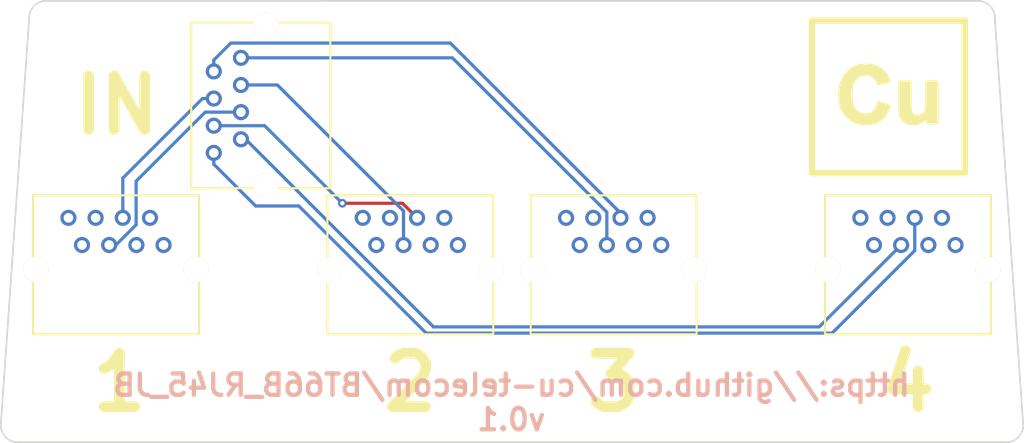
<source format=kicad_pcb>
(kicad_pcb (version 20211014) (generator pcbnew)
  (layers (0 "F.Cu" signal) (31 "B.Cu" signal) (34 "B.Paste" user) (35 "F.Paste" user) (36 "B.SilkS" user "B.Silkscreen") (37 "F.SilkS" user "F.Silkscreen") (38 "B.Mask" user) (39 "F.Mask" user) (44 "Edge.Cuts" user))
  (net 0 "")
  (net 4 "/L1-")
  (net 5 "/L1+")
  (net 12 "/L2-")
  (net 13 "/L2+")
  (net 20 "/L3-")
  (net 21 "/L3+")
  (net 28 "/L4-")
  (net 29 "/L4+")
  (footprint "MountingHole:MountingHole_3.2mm_M3" (layer "F.Cu") (at 151.892 83.931)
    (fp_text reference "REF**" hide)
    (fp_text value "MountingHole_3.2mm_M3")
    (pad "" np_thru_hole circle (at 0 0) (size 3.2 3.2) (drill 3.2) (layers F&B.Cu *.Mask))
  )
  (footprint "MountingHole:MountingHole_4mm" (layer "F.Cu") (at 166.35 102.86)
    (fp_text reference "H2" hide)
    (fp_text value "MountingHole")
    (pad "" np_thru_hole circle (at 0 0) (size 4 4) (drill 4) (layers *.Cu *.Mask))
  )
  (footprint "MountingHole:MountingHole_4mm" (layer "F.Cu") (at 120.34 102.86)
    (fp_text reference "H1" hide)
    (fp_text value "MountingHole")
    (pad "" np_thru_hole circle (at 0 0) (size 4 4) (drill 4) (layers *.Cu *.Mask))
  )
  (footprint "BT66B_RJ45_JB:RJ45" (layer "F.Cu") (at 106.36 100.17)
    (fp_text reference "J1" hide)
    (fp_text value "RJ45")
    (fp_rect (start -7.75 -3.38) (end 7.75 9.62) (layer "F.SilkS") (width 0.2) (fill none))
    (pad "" np_thru_hole circle (at -7.5 3.57) (size 2.35 2.35) (drill 2.35) (layers F&B.Cu *.SilkS *.Mask))
    (pad "" np_thru_hole circle (at 7.5 3.57) (size 2.35 2.35) (drill 2.35) (layers F&B.Cu *.SilkS *.Mask))
    (pad "1" thru_hole circle (at 4.445 1.27 180) (size 1.5 1.5) (drill 0.9) (layers *.Cu *.Mask))
    (pad "2" thru_hole circle (at 3.175 -1.27 180) (size 1.5 1.5) (drill 0.9) (layers *.Cu *.Mask))
    (pad "3" thru_hole circle (at 1.905 1.27 180) (size 1.5 1.5) (drill 0.9) (layers *.Cu *.Mask))
    (pad "4" thru_hole circle (at 0.635 -1.27 180) (size 1.5 1.5) (drill 0.9) (layers *.Cu *.Mask) (net 4 "/L1-"))
    (pad "5" thru_hole circle (at -0.635 1.27 180) (size 1.5 1.5) (drill 0.9) (layers *.Cu *.Mask) (net 5 "/L1+"))
    (pad "6" thru_hole circle (at -1.905 -1.27 180) (size 1.5 1.5) (drill 0.9) (layers *.Cu *.Mask))
    (pad "7" thru_hole circle (at -3.175 1.27 180) (size 1.5 1.5) (drill 0.9) (layers *.Cu *.Mask))
    (pad "8" thru_hole circle (at -4.445 -1.27 180) (size 1.5 1.5) (drill 0.9) (layers *.Cu *.Mask))
  )
  (footprint "BT66B_RJ45_JB:RJ45" (layer "F.Cu") (at 116.768 88.376 90)
    (fp_text reference "J5" hide)
    (fp_text value "RJ45")
    (fp_rect (start -7.75 -3.38) (end 7.75 9.62) (layer "F.SilkS") (width 0.2) (fill none))
    (pad "" np_thru_hole circle (at 7.5 3.57 90) (size 2.35 2.35) (drill 2.35) (layers F&B.Cu *.SilkS *.Mask))
    (pad "" np_thru_hole circle (at -7.5 3.57 90) (size 2.35 2.35) (drill 2.35) (layers F&B.Cu *.SilkS *.Mask))
    (pad "1" thru_hole circle (at 4.445 1.27 270) (size 1.5 1.5) (drill 0.9) (layers *.Cu *.Mask) (net 21 "/L3+"))
    (pad "2" thru_hole circle (at 3.175 -1.27 270) (size 1.5 1.5) (drill 0.9) (layers *.Cu *.Mask) (net 20 "/L3-"))
    (pad "3" thru_hole circle (at 1.905 1.27 270) (size 1.5 1.5) (drill 0.9) (layers *.Cu *.Mask) (net 13 "/L2+"))
    (pad "4" thru_hole circle (at 0.635 -1.27 270) (size 1.5 1.5) (drill 0.9) (layers *.Cu *.Mask) (net 4 "/L1-"))
    (pad "5" thru_hole circle (at -0.635 1.27 270) (size 1.5 1.5) (drill 0.9) (layers *.Cu *.Mask) (net 5 "/L1+"))
    (pad "6" thru_hole circle (at -1.905 -1.27 270) (size 1.5 1.5) (drill 0.9) (layers *.Cu *.Mask) (net 12 "/L2-"))
    (pad "7" thru_hole circle (at -3.175 1.27 270) (size 1.5 1.5) (drill 0.9) (layers *.Cu *.Mask) (net 29 "/L4+"))
    (pad "8" thru_hole circle (at -4.445 -1.27 270) (size 1.5 1.5) (drill 0.9) (layers *.Cu *.Mask) (net 28 "/L4-"))
  )
  (footprint "BT66B_RJ45_JB:RJ45" (layer "F.Cu") (at 152.86 100.17)
    (fp_text reference "J3" hide)
    (fp_text value "RJ45")
    (fp_rect (start -7.75 -3.38) (end 7.75 9.62) (layer "F.SilkS") (width 0.2) (fill none))
    (pad "" np_thru_hole circle (at 7.5 3.57) (size 2.35 2.35) (drill 2.35) (layers F&B.Cu *.SilkS *.Mask))
    (pad "" np_thru_hole circle (at -7.5 3.57) (size 2.35 2.35) (drill 2.35) (layers F&B.Cu *.SilkS *.Mask))
    (pad "1" thru_hole circle (at 4.445 1.27 180) (size 1.5 1.5) (drill 0.9) (layers *.Cu *.Mask))
    (pad "2" thru_hole circle (at 3.175 -1.27 180) (size 1.5 1.5) (drill 0.9) (layers *.Cu *.Mask))
    (pad "3" thru_hole circle (at 1.905 1.27 180) (size 1.5 1.5) (drill 0.9) (layers *.Cu *.Mask))
    (pad "4" thru_hole circle (at 0.635 -1.27 180) (size 1.5 1.5) (drill 0.9) (layers *.Cu *.Mask) (net 20 "/L3-"))
    (pad "5" thru_hole circle (at -0.635 1.27 180) (size 1.5 1.5) (drill 0.9) (layers *.Cu *.Mask) (net 21 "/L3+"))
    (pad "6" thru_hole circle (at -1.905 -1.27 180) (size 1.5 1.5) (drill 0.9) (layers *.Cu *.Mask))
    (pad "7" thru_hole circle (at -3.175 1.27 180) (size 1.5 1.5) (drill 0.9) (layers *.Cu *.Mask))
    (pad "8" thru_hole circle (at -4.445 -1.27 180) (size 1.5 1.5) (drill 0.9) (layers *.Cu *.Mask))
  )
  (footprint "BT66B_RJ45_JB:RJ45" (layer "F.Cu") (at 180.36 100.17)
    (fp_text reference "J4" hide)
    (fp_text value "RJ45")
    (fp_rect (start -7.75 -3.38) (end 7.75 9.62) (layer "F.SilkS") (width 0.2) (fill none))
    (pad "" np_thru_hole circle (at -7.5 3.57) (size 2.35 2.35) (drill 2.35) (layers F&B.Cu *.SilkS *.Mask))
    (pad "" np_thru_hole circle (at 7.5 3.57) (size 2.35 2.35) (drill 2.35) (layers F&B.Cu *.SilkS *.Mask))
    (pad "1" thru_hole circle (at 4.445 1.27 180) (size 1.5 1.5) (drill 0.9) (layers *.Cu *.Mask))
    (pad "2" thru_hole circle (at 3.175 -1.27 180) (size 1.5 1.5) (drill 0.9) (layers *.Cu *.Mask))
    (pad "3" thru_hole circle (at 1.905 1.27 180) (size 1.5 1.5) (drill 0.9) (layers *.Cu *.Mask))
    (pad "4" thru_hole circle (at 0.635 -1.27 180) (size 1.5 1.5) (drill 0.9) (layers *.Cu *.Mask) (net 28 "/L4-"))
    (pad "5" thru_hole circle (at -0.635 1.27 180) (size 1.5 1.5) (drill 0.9) (layers *.Cu *.Mask) (net 29 "/L4+"))
    (pad "6" thru_hole circle (at -1.905 -1.27 180) (size 1.5 1.5) (drill 0.9) (layers *.Cu *.Mask))
    (pad "7" thru_hole circle (at -3.175 1.27 180) (size 1.5 1.5) (drill 0.9) (layers *.Cu *.Mask))
    (pad "8" thru_hole circle (at -4.445 -1.27 180) (size 1.5 1.5) (drill 0.9) (layers *.Cu *.Mask))
  )
  (footprint "MountingHole:MountingHole_3.2mm_M3" (layer "F.Cu") (at 151.892 92.821)
    (fp_text reference "REF**" hide)
    (fp_text value "MountingHole_3.2mm_M3")
    (pad "" np_thru_hole circle (at 0 0) (size 3.2 3.2) (drill 3.2) (layers F&B.Cu *.Mask))
  )
  (footprint "BT66B_RJ45_JB:RJ45" (layer "F.Cu") (at 133.86 100.17)
    (fp_text reference "J2" hide)
    (fp_text value "RJ45")
    (fp_rect (start -7.75 -3.38) (end 7.75 9.62) (layer "F.SilkS") (width 0.2) (fill none))
    (pad "" np_thru_hole circle (at -7.5 3.57) (size 2.35 2.35) (drill 2.35) (layers F&B.Cu *.SilkS *.Mask))
    (pad "" np_thru_hole circle (at 7.5 3.57) (size 2.35 2.35) (drill 2.35) (layers F&B.Cu *.SilkS *.Mask))
    (pad "1" thru_hole circle (at 4.445 1.27 180) (size 1.5 1.5) (drill 0.9) (layers *.Cu *.Mask))
    (pad "2" thru_hole circle (at 3.175 -1.27 180) (size 1.5 1.5) (drill 0.9) (layers *.Cu *.Mask))
    (pad "3" thru_hole circle (at 1.905 1.27 180) (size 1.5 1.5) (drill 0.9) (layers *.Cu *.Mask))
    (pad "4" thru_hole circle (at 0.635 -1.27 180) (size 1.5 1.5) (drill 0.9) (layers *.Cu *.Mask) (net 12 "/L2-"))
    (pad "5" thru_hole circle (at -0.635 1.27 180) (size 1.5 1.5) (drill 0.9) (layers *.Cu *.Mask) (net 13 "/L2+"))
    (pad "6" thru_hole circle (at -1.905 -1.27 180) (size 1.5 1.5) (drill 0.9) (layers *.Cu *.Mask))
    (pad "7" thru_hole circle (at -3.175 1.27 180) (size 1.5 1.5) (drill 0.9) (layers *.Cu *.Mask))
    (pad "8" thru_hole circle (at -4.445 -1.27 180) (size 1.5 1.5) (drill 0.9) (layers *.Cu *.Mask))
  )
  (gr_line (start 185.662235 80.442487) (end 185.662235 94.709766) (layer "F.SilkS") (width 0.599999))
  (gr_line (start 171.394954 80.442487) (end 185.662235 80.442487) (layer "F.SilkS") (width 0.599999))
  (gr_line (start 171.394954 94.709766) (end 171.394954 94.709766) (layer "F.SilkS") (width 0.599999))
  (gr_line (start 185.662235 80.442487) (end 185.662235 80.442487) (layer "F.SilkS") (width 0.599999))
  (gr_line (start 185.662235 94.709766) (end 185.662235 94.709766) (layer "F.SilkS") (width 0.599999))
  (gr_poly (pts (xy 176.597502 84.5663) (xy 176.716996 84.573163) (xy 176.833583 84.584602) (xy 176.947265 84.600616) (xy 177.05804 84.621205) (xy 177.165909 84.64637) (xy 177.270871 84.676111) (xy 177.372927 84.710427) (xy 177.472076 84.749318) (xy 177.568319 84.792785) (xy 177.661656 84.840827) (xy 177.752087 84.893445) (xy 177.839611 84.950639) (xy 177.924228 85.012408) (xy 178.00594 85.078752) (xy 178.084745 85.149672) (xy 178.130067 85.194132) (xy 178.173951 85.240951) (xy 178.216396 85.29013) (xy 178.257402 85.341669) (xy 178.296969 85.395568) (xy 178.335097 85.451826) (xy 178.371787 85.510444) (xy 178.407038 85.571421) (xy 178.44085 85.634759) (xy 178.473223 85.700456) (xy 178.504157 85.768512) (xy 178.533653 85.838929) (xy 178.56171 85.911705) (xy 178.588328 85.98684) (xy 178.613507 86.064336) (xy 178.637247 86.144191) (xy 177.558017 86.402028) (xy 177.545228 86.35023) (xy 177.530798 86.299813) (xy 177.514727 86.250778) (xy 177.497016 86.203123) (xy 177.477664 86.156851) (xy 177.456672 86.111959) (xy 177.43404 86.068449) (xy 177.409767 86.02632) (xy 177.383853 85.985573) (xy 177.3563 85.946206) (xy 177.327105 85.908221) (xy 177.296271 85.871618) (xy 177.263796 85.836395) (xy 177.22968 85.802554) (xy 177.193924 85.770094) (xy 177.156528 85.739015) (xy 177.118255 85.709577) (xy 177.078946 85.682038) (xy 177.038601 85.656398) (xy 176.99722 85.632657) (xy 176.954803 85.610816) (xy 176.91135 85.590874) (xy 176.866861 85.572831) (xy 176.821336 85.556688) (xy 176.774775 85.542443) (xy 176.727179 85.530098) (xy 176.678546 85.519653) (xy 176.628878 85.511106) (xy 176.578174 85.504459) (xy 176.526434 85.499711) (xy 176.473658 85.496862) (xy 176.419846 85.495912) (xy 176.345674 85.497596) (xy 176.273258 85.502646) (xy 176.202598 85.511063) (xy 176.133692 85.522847) (xy 176.066542 85.537997) (xy 176.001148 85.556515) (xy 175.937508 85.578399) (xy 175.875624 85.60365) (xy 175.815496 85.632268) (xy 175.757123 85.664253) (xy 175.700505 85.699605) (xy 175.645643 85.738323) (xy 175.592536 85.780409) (xy 175.541184 85.825861) (xy 175.491588 85.87468) (xy 175.443747 85.926866) (xy 175.398698 85.982822) (xy 175.356554 86.042951) (xy 175.317317 86.107252) (xy 175.280987 86.175726) (xy 175.247563 86.248372) (xy 175.217046 86.325191) (xy 175.189435 86.406182) (xy 175.16473 86.491346) (xy 175.142932 86.580683) (xy 175.124041 86.674192) (xy 175.108056 86.771874) (xy 175.094977 86.873728) (xy 175.084805 86.979755) (xy 175.077539 87.089955) (xy 175.073179 87.204327) (xy 175.071726 87.322872) (xy 175.073165 87.448567) (xy 175.077481 87.569658) (xy 175.084675 87.686145) (xy 175.094747 87.798029) (xy 175.107696 87.905307) (xy 175.123523 88.007982) (xy 175.142228 88.106053) (xy 175.16381 88.199519) (xy 175.18827 88.288381) (xy 175.215608 88.372639) (xy 175.245824 88.452292) (xy 175.278917 88.527341) (xy 175.314888 88.597786) (xy 175.353736 88.663627) (xy 175.395463 88.724863) (xy 175.440067 88.781495) (xy 175.486972 88.834127) (xy 175.535604 88.883363) (xy 175.585963 88.929204) (xy 175.638048 88.971649) (xy 175.69186 89.010698) (xy 175.747399 89.046352) (xy 175.804664 89.078611) (xy 175.863656 89.107473) (xy 175.924375 89.13294) (xy 175.98682 89.155012) (xy 176.050991 89.173687) (xy 176.116889 89.188968) (xy 176.184514 89.200852) (xy 176.253864 89.209341) (xy 176.324942 89.214435) (xy 176.397745 89.216133) (xy 176.451601 89.215053) (xy 176.504507 89.211816) (xy 176.556464 89.206421) (xy 176.607471 89.198867) (xy 176.657528 89.189155) (xy 176.706635 89.177285) (xy 176.754793 89.163256) (xy 176.802001 89.14707) (xy 176.848259 89.128725) (xy 176.893568 89.108222) (xy 176.937926 89.085561) (xy 176.981335 89.060741) (xy 177.023795 89.033764) (xy 177.065304 89.004628) (xy 177.105864 88.973334) (xy 177.145475 88.939881) (xy 177.18392 88.904111) (xy 177.220985 88.865867) (xy 177.256668 88.825148) (xy 177.29097 88.781954) (xy 177.323891 88.736285) (xy 177.35543 88.688142) (xy 177.385588 88.637524) (xy 177.414365 88.584432) (xy 177.44176 88.528864) (xy 177.467775 88.470822) (xy 177.492407 88.410306) (xy 177.515659 88.347314) (xy 177.537529 88.281848) (xy 177.558018 88.213907) (xy 177.577126 88.143491) (xy 177.594852 88.0706) (xy 178.651987 88.405787) (xy 178.620332 88.514519) (xy 178.586145 88.619712) (xy 178.549426 88.721365) (xy 178.510175 88.819478) (xy 178.468392 88.914052) (xy 178.424076 89.005087) (xy 178.377228 89.092582) (xy 178.327848 89.176538) (xy 178.275935 89.256954) (xy 178.22149 89.33383) (xy 178.164513 89.407167) (xy 178.105004 89.476964) (xy 178.042962 89.543222) (xy 177.978387 89.605941) (xy 177.911281 89.66512) (xy 177.841642 89.720759) (xy 177.770002 89.772499) (xy 177.695974 89.820901) (xy 177.619558 89.865965) (xy 177.540753 89.907691) (xy 177.45956 89.946079) (xy 177.375979 89.981128) (xy 177.290009 90.01284) (xy 177.201651 90.041213) (xy 177.110904 90.066248) (xy 177.017769 90.087945) (xy 176.922245 90.106304) (xy 176.824333 90.121325) (xy 176.724032 90.133008) (xy 176.621343 90.141353) (xy 176.516265 90.14636) (xy 176.408799 90.148029) (xy 176.275851 90.145166) (xy 176.145896 90.136576) (xy 176.018934 90.12226) (xy 175.894965 90.102217) (xy 175.773988 90.076448) (xy 175.656004 90.044952) (xy 175.541013 90.00773) (xy 175.429015 89.964781) (xy 175.320009 89.916106) (xy 175.213997 89.861705) (xy 175.110977 89.801577) (xy 175.01095 89.735722) (xy 174.913915 89.664142) (xy 174.819874 89.586834) (xy 174.728825 89.5038) (xy 174.640769 89.41504) (xy 174.556914 89.320853) (xy 174.47847 89.222466) (xy 174.405435 89.119877) (xy 174.33781 89.013087) (xy 174.275596 88.902095) (xy 174.218791 88.786903) (xy 174.167397 88.667509) (xy 174.121412 88.543914) (xy 174.080838 88.416118) (xy 174.045673 88.284121) (xy 174.015918 88.147922) (xy 173.991574 88.007522) (xy 173.972639 87.86292) (xy 173.959114 87.714118) (xy 173.950999 87.561113) (xy 173.948294 87.403908) (xy 173.951014 87.237752) (xy 173.959172 87.076316) (xy 173.972769 86.919599) (xy 173.991805 86.767602) (xy 174.016279 86.620323) (xy 174.046193 86.477765) (xy 174.081545 86.339925) (xy 174.122335 86.206805) (xy 174.168565 86.078405) (xy 174.220233 85.954723) (xy 174.27734 85.835761) (xy 174.339886 85.721519) (xy 174.40787 85.611996) (xy 174.481293 85.507192) (xy 174.560155 85.407107) (xy 174.644455 85.311742) (xy 174.733187 85.221197) (xy 174.825344 85.136494) (xy 174.920925 85.057632) (xy 175.01993 84.984611) (xy 175.12236 84.917433) (xy 175.228214 84.856096) (xy 175.337493 84.8006) (xy 175.450196 84.750946) (xy 175.566324 84.707133) (xy 175.685876 84.669163) (xy 175.808853 84.637033) (xy 175.935254 84.610746) (xy 176.065079 84.5903) (xy 176.198329 84.575696) (xy 176.335003 84.566933) (xy 176.475101 84.564012)) (layer "F.SilkS") (width 0.2) (fill solid))
  (gr_line (start 185.662235 94.709766) (end 171.394954 94.709766) (layer "F.SilkS") (width 0.599999))
  (gr_line (start 171.394954 94.709766) (end 171.394954 80.442487) (layer "F.SilkS") (width 0.599999))
  (gr_poly (pts (xy 183.116251 90.055951) (xy 182.154892 90.055951) (xy 182.154892 89.470289) (xy 182.127655 89.508908) (xy 182.099353 89.54649) (xy 182.069987 89.583037) (xy 182.039555 89.618547) (xy 182.008059 89.653022) (xy 181.975498 89.68646) (xy 181.941873 89.718863) (xy 181.907183 89.750229) (xy 181.871428 89.78056) (xy 181.834608 89.809855) (xy 181.796724 89.838113) (xy 181.757774 89.865336) (xy 181.71776 89.891523) (xy 181.676682 89.916674) (xy 181.634538 89.940789) (xy 181.59133 89.963867) (xy 181.547892 89.985723) (xy 181.504137 90.006169) (xy 181.460065 90.025205) (xy 181.415677 90.042831) (xy 181.370973 90.059048) (xy 181.325952 90.073854) (xy 181.280614 90.08725) (xy 181.234961 90.099236) (xy 181.18899 90.109812) (xy 181.142703 90.118978) (xy 181.0961 90.126733) (xy 181.04918 90.133079) (xy 181.001943 90.138015) (xy 180.95439 90.14154) (xy 180.906521 90.143655) (xy 180.858335 90.144361) (xy 180.809386 90.143684) (xy 180.76107 90.141655) (xy 180.713387 90.138274) (xy 180.666337 90.13354) (xy 180.61992 90.127454) (xy 180.574137 90.120015) (xy 180.528987 90.111223) (xy 180.484469 90.101079) (xy 180.440585 90.089582) (xy 180.397334 90.076733) (xy 180.354716 90.062531) (xy 180.312731 90.046977) (xy 180.271378 90.03007) (xy 180.230659 90.011811) (xy 180.190573 89.992199) (xy 180.15112 89.971234) (xy 180.112661 89.949047) (xy 180.075554 89.925766) (xy 180.0398 89.901392) (xy 180.005398 89.875925) (xy 179.972349 89.849364) (xy 179.940652 89.821709) (xy 179.910307 89.792962) (xy 179.881315 89.763121) (xy 179.853676 89.732186) (xy 179.827389 89.700159) (xy 179.802454 89.667037) (xy 179.778872 89.632823) (xy 179.756642 89.597514) (xy 179.735765 89.561113) (xy 179.716241 89.523618) (xy 179.698069 89.485029) (xy 179.68112 89.444957) (xy 179.665264 89.403015) (xy 179.650502 89.359203) (xy 179.636834 89.31352) (xy 179.624259 89.265966) (xy 179.612777 89.216543) (xy 179.602389 89.165248) (xy 179.593094 89.112084) (xy 179.584893 89.057048) (xy 179.577785 89.000143) (xy 179.571771 88.941367) (xy 179.566851 88.88072) (xy 179.563023 88.818203) (xy 179.56029 88.753815) (xy 179.55865 88.687557) (xy 179.558103 88.619428) (xy 179.558103 86.144194) (xy 180.593137 86.144194) (xy 180.593137 87.941688) (xy 180.594 88.138) (xy 180.59659 88.314399) (xy 180.600906 88.470885) (xy 180.606948 88.607459) (xy 180.614716 88.724119) (xy 180.624211 88.820866) (xy 180.635432 88.8977) (xy 180.64838 88.954621) (xy 180.656107 88.977355) (xy 180.664554 88.999512) (xy 180.67372 89.021094) (xy 180.683605 89.042101) (xy 180.694209 89.062532) (xy 180.705533 89.082388) (xy 180.717576 89.101668) (xy 180.730339 89.120373) (xy 180.74382 89.138502) (xy 180.758022 89.156056) (xy 180.772942 89.173034) (xy 180.788582 89.189437) (xy 180.804941 89.205264) (xy 180.822019 89.220516) (xy 180.839817 89.235192) (xy 180.858335 89.249293) (xy 180.877529 89.262229) (xy 180.897357 89.27433) (xy 180.917817 89.285596) (xy 180.93891 89.296028) (xy 180.960637 89.305626) (xy 180.982996 89.314389) (xy 181.005988 89.322317) (xy 181.029613 89.329411) (xy 181.053871 89.33567) (xy 181.078762 89.341095) (xy 181.104287 89.345685) (xy 181.130444 89.34944) (xy 181.157234 89.352361) (xy 181.184657 89.354448) (xy 181.212714 89.355699) (xy 181.241404 89.356117) (xy 181.274339 89.355556) (xy 181.306843 89.353872) (xy 181.338915 89.351066) (xy 181.370555 89.347138) (xy 181.401763 89.342087) (xy 181.43254 89.335914) (xy 181.462885 89.328619) (xy 181.492798 89.320201) (xy 181.52228 89.310661) (xy 181.55133 89.299999) (xy 181.579948 89.288215) (xy 181.608134 89.275308) (xy 181.635889 89.261279) (xy 181.663212 89.246128) (xy 181.690103 89.229854) (xy 181.716562 89.212458) (xy 181.742289 89.193782) (xy 181.76698 89.174588) (xy 181.790635 89.154876) (xy 181.813253 89.134646) (xy 181.834836 89.113898) (xy 181.855383 89.092633) (xy 181.874893 89.070849) (xy 181.893368 89.048547) (xy 181.910807 89.025727) (xy 181.927209 89.002389) (xy 181.942576 88.978533) (xy 181.956906 88.954159) (xy 181.970201 88.929268) (xy 181.982459 88.903858) (xy 181.993681 88.87793) (xy 182.003867 88.851484) (xy 182.013234 88.821887) (xy 182.021996 88.787426) (xy 182.030155 88.748102) (xy 182.037708 88.703916) (xy 182.044658 88.654866) (xy 182.051003 88.600953) (xy 182.056744 88.542177) (xy 182.06188 88.478538) (xy 182.07034 88.33667) (xy 182.076383 88.175349) (xy 182.080008 87.994576) (xy 182.081217 87.794349) (xy 182.081217 86.144191) (xy 183.116251 86.144191)) (layer "F.SilkS") (width 0.2) (fill solid))
  (gr_line (start 95.600535 118.178889) (end 98.251001 80.185992) (layer "Edge.Cuts") (width 0.15))
  (gr_line (start 188.479465 80.311111) (end 191.13011 118.304543) (layer "Edge.Cuts") (width 0.15))
  (gr_line (start 99.961111 78.600535) (end 186.894008 78.601001) (layer "Edge.Cuts") (width 0.15))
  (gr_arc (start 98.251001 80.185992) (mid 98.76 79.02) (end 99.961111 78.600535) (layer "Edge.Cuts") (width 0.15))
  (gr_arc (start 97.185992 119.888999) (mid 96.02 119.38) (end 95.600535 118.178889) (layer "Edge.Cuts") (width 0.15))
  (gr_arc (start 191.13011 118.304543) (mid 190.621111 119.470535) (end 189.42 119.89) (layer "Edge.Cuts") (width 0.15))
  (gr_arc (start 186.894008 78.601001) (mid 188.06 79.11) (end 188.479465 80.311111) (layer "Edge.Cuts") (width 0.15))
  (gr_line (start 97.185992 119.888999) (end 189.42 119.89) (layer "Edge.Cuts") (width 0.15))
  (gr_text "https://github.com/cu-telecom/BT66B_RJ45_JB\nv0.1" (at 143.302996 116.16) (layer "B.SilkS") (effects (font (size 2 2) (thickness 0.4)) (justify mirror)))
  (gr_text "IN" (at 106.426 88.376) (layer "F.SilkS") (effects (font (size 5 5) (thickness 1))))
  (gr_text "3" (at 152.86 114.3) (layer "F.SilkS") (effects (font (size 5 5) (thickness 1))))
  (gr_text "4" (at 180.36 114.3) (layer "F.SilkS") (effects (font (size 5 5) (thickness 1))))
  (gr_text "2" (at 133.86 114.3) (layer "F.SilkS") (effects (font (size 5 5) (thickness 1))))
  (gr_text "1" (at 106.68 114.3) (layer "F.SilkS") (effects (font (size 5 5) (thickness 1))))
  (segment (start 114.43734 87.741) (end 106.995 95.18334) (width 0.3) (layer "B.Cu") (net 4))
  (segment (start 115.498 87.741) (end 114.43734 87.741) (width 0.3) (layer "B.Cu") (net 4))
  (segment (start 106.995 95.18334) (end 106.995 98.9) (width 0.3) (layer "B.Cu") (net 4))
  (segment (start 108.24 95.468) (end 108.24 99.55) (width 0.3) (layer "B.Cu") (net 5))
  (segment (start 118.038 89.011) (end 114.697 89.011) (width 0.3) (layer "B.Cu") (net 5))
  (segment (start 114.697 89.011) (end 108.24 95.468) (width 0.3) (layer "B.Cu") (net 5))
  (segment (start 108.24 99.55) (end 106.35 101.44) (width 0.3) (layer "B.Cu") (net 5))
  (segment (start 106.35 101.44) (end 105.725 101.44) (width 0.3) (layer "B.Cu") (net 5))
  (segment (start 133.131 97.536) (end 134.495 98.9) (width 0.3) (layer "F.Cu") (net 12))
  (segment (start 127.508 97.536) (end 133.131 97.536) (width 0.3) (layer "F.Cu") (net 12))
  (via (at 127.508 97.536) (size 0.8) (drill 0.4) (layers "F.Cu" "B.Cu") (net 12))
  (segment (start 120.253 90.281) (end 127.508 97.536) (width 0.3) (layer "B.Cu") (net 12))
  (segment (start 115.498 90.281) (end 120.253 90.281) (width 0.3) (layer "B.Cu") (net 12))
  (segment (start 133.225 101.44) (end 133.225 98.255) (width 0.3) (layer "B.Cu") (net 13))
  (segment (start 133.225 98.255) (end 121.441 86.471) (width 0.3) (layer "B.Cu") (net 13))
  (segment (start 121.441 86.471) (end 118.038 86.471) (width 0.3) (layer "B.Cu") (net 13))
  (segment (start 115.498 84.14034) (end 115.498 85.201) (width 0.3) (layer "B.Cu") (net 20))
  (segment (start 117.08834 82.55) (end 115.498 84.14034) (width 0.3) (layer "B.Cu") (net 20))
  (segment (start 137.6 82.55) (end 117.08834 82.55) (width 0.3) (layer "B.Cu") (net 20))
  (segment (start 153.495 98.9) (end 153.495 98.445) (width 0.3) (layer "B.Cu") (net 20))
  (segment (start 153.495 98.445) (end 137.6 82.55) (width 0.3) (layer "B.Cu") (net 20))
  (segment (start 152.225 101.44) (end 152.225 98.368682) (width 0.3) (layer "B.Cu") (net 21))
  (segment (start 137.787318 83.931) (end 118.038 83.931) (width 0.3) (layer "B.Cu") (net 21))
  (segment (start 152.225 98.368682) (end 137.787318 83.931) (width 0.3) (layer "B.Cu") (net 21))
  (segment (start 180.995 101.961) (end 173.276 109.68) (width 0.3) (layer "B.Cu") (net 28))
  (segment (start 119.40634 97.79) (end 115.498 93.88166) (width 0.3) (layer "B.Cu") (net 28))
  (segment (start 173.276 109.68) (end 135.334 109.68) (width 0.3) (layer "B.Cu") (net 28))
  (segment (start 123.444 97.79) (end 119.40634 97.79) (width 0.3) (layer "B.Cu") (net 28))
  (segment (start 180.995 98.9) (end 180.995 101.961) (width 0.3) (layer "B.Cu") (net 28))
  (segment (start 115.498 93.88166) (end 115.498 92.821) (width 0.3) (layer "B.Cu") (net 28))
  (segment (start 135.334 109.68) (end 123.444 97.79) (width 0.3) (layer "B.Cu") (net 28))
  (segment (start 172.065 109.1) (end 136.025683 109.1) (width 0.3) (layer "B.Cu") (net 29))
  (segment (start 118.476683 91.551) (end 118.038 91.551) (width 0.3) (layer "B.Cu") (net 29))
  (segment (start 136.025683 109.1) (end 118.476683 91.551) (width 0.3) (layer "B.Cu") (net 29))
  (segment (start 179.725 101.44) (end 172.065 109.1) (width 0.3) (layer "B.Cu") (net 29))
)
</source>
